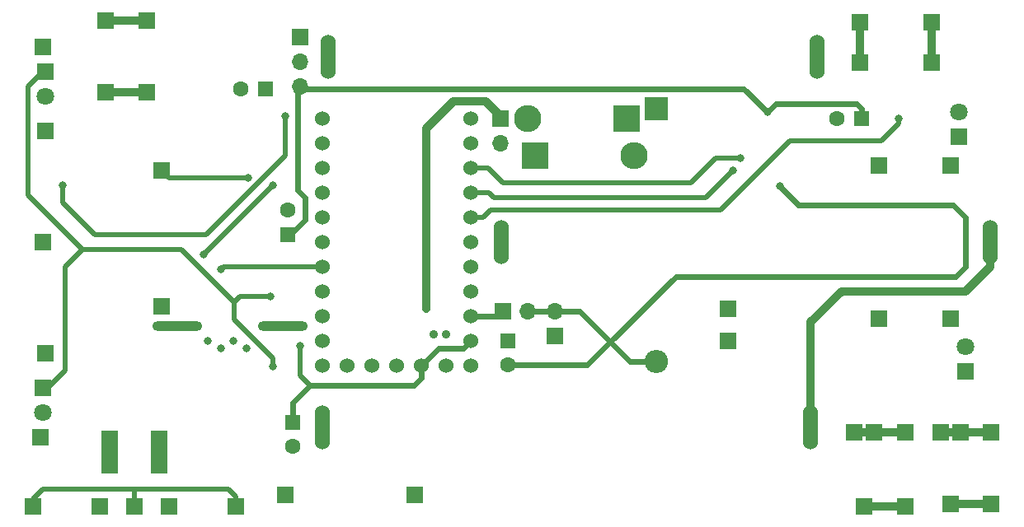
<source format=gbr>
G04 #@! TF.GenerationSoftware,KiCad,Pcbnew,(5.1.6-0-10_14)*
G04 #@! TF.CreationDate,2020-11-02T13:07:56+01:00*
G04 #@! TF.ProjectId,bolidjs,626f6c69-646a-4732-9e6b-696361645f70,1.0*
G04 #@! TF.SameCoordinates,Original*
G04 #@! TF.FileFunction,Copper,L1,Top*
G04 #@! TF.FilePolarity,Positive*
%FSLAX46Y46*%
G04 Gerber Fmt 4.6, Leading zero omitted, Abs format (unit mm)*
G04 Created by KiCad (PCBNEW (5.1.6-0-10_14)) date 2020-11-02 13:07:56*
%MOMM*%
%LPD*%
G01*
G04 APERTURE LIST*
G04 #@! TA.AperFunction,ComponentPad*
%ADD10R,1.700000X1.700000*%
G04 #@! TD*
G04 #@! TA.AperFunction,ComponentPad*
%ADD11O,5.100000X1.000000*%
G04 #@! TD*
G04 #@! TA.AperFunction,ComponentPad*
%ADD12C,0.822960*%
G04 #@! TD*
G04 #@! TA.AperFunction,ComponentPad*
%ADD13C,0.914400*%
G04 #@! TD*
G04 #@! TA.AperFunction,ComponentPad*
%ADD14C,1.524000*%
G04 #@! TD*
G04 #@! TA.AperFunction,ComponentPad*
%ADD15R,1.600000X1.600000*%
G04 #@! TD*
G04 #@! TA.AperFunction,ComponentPad*
%ADD16C,1.600000*%
G04 #@! TD*
G04 #@! TA.AperFunction,ComponentPad*
%ADD17R,1.800000X1.800000*%
G04 #@! TD*
G04 #@! TA.AperFunction,ComponentPad*
%ADD18C,1.800000*%
G04 #@! TD*
G04 #@! TA.AperFunction,ComponentPad*
%ADD19O,1.700000X1.700000*%
G04 #@! TD*
G04 #@! TA.AperFunction,ComponentPad*
%ADD20R,1.700000X4.440000*%
G04 #@! TD*
G04 #@! TA.AperFunction,ComponentPad*
%ADD21O,1.524000X4.572000*%
G04 #@! TD*
G04 #@! TA.AperFunction,ComponentPad*
%ADD22R,2.400000X2.400000*%
G04 #@! TD*
G04 #@! TA.AperFunction,ComponentPad*
%ADD23O,2.400000X2.400000*%
G04 #@! TD*
G04 #@! TA.AperFunction,ComponentPad*
%ADD24R,2.800000X2.800000*%
G04 #@! TD*
G04 #@! TA.AperFunction,ComponentPad*
%ADD25O,2.800000X2.800000*%
G04 #@! TD*
G04 #@! TA.AperFunction,ViaPad*
%ADD26C,0.800000*%
G04 #@! TD*
G04 #@! TA.AperFunction,Conductor*
%ADD27C,0.609600*%
G04 #@! TD*
G04 #@! TA.AperFunction,Conductor*
%ADD28C,0.508000*%
G04 #@! TD*
G04 #@! TA.AperFunction,Conductor*
%ADD29C,0.812800*%
G04 #@! TD*
G04 APERTURE END LIST*
D10*
X172466000Y-68326000D03*
X165100000Y-68326000D03*
X172466000Y-84074000D03*
X165100000Y-84074000D03*
X171450000Y-95758000D03*
X117475000Y-102235000D03*
X104140000Y-102235000D03*
X162560000Y-95758000D03*
X163195000Y-53594000D03*
X163195000Y-57785000D03*
X170561000Y-53594000D03*
X170561000Y-57785000D03*
X89916000Y-60833000D03*
X85725000Y-60833000D03*
X89916000Y-53467000D03*
X85725000Y-53467000D03*
X176657000Y-95758000D03*
X164592000Y-95758000D03*
X167843200Y-95758000D03*
X172466000Y-103124000D03*
X176657000Y-103124000D03*
X173482000Y-95758000D03*
X167845000Y-103378000D03*
X163576000Y-103378000D03*
D11*
X103886000Y-84836000D03*
X93081600Y-84836000D03*
D12*
X100196000Y-87172800D03*
X98866000Y-86360000D03*
X97536000Y-87172800D03*
X96206000Y-86360000D03*
D13*
X119380000Y-85725000D03*
X120650000Y-85725000D03*
D14*
X123190000Y-63500000D03*
X123190000Y-66040000D03*
X123190000Y-68580000D03*
X123190000Y-71120000D03*
X123190000Y-73660000D03*
X123190000Y-76200000D03*
X123190000Y-78740000D03*
X123190000Y-81280000D03*
X123190000Y-83820000D03*
X123190000Y-86360000D03*
X123190000Y-88900000D03*
X120650000Y-88900000D03*
X118110000Y-88900000D03*
X115570000Y-88900000D03*
X113030000Y-88900000D03*
X110490000Y-88900000D03*
X107950000Y-88900000D03*
X107950000Y-86360000D03*
X107950000Y-83820000D03*
X107950000Y-81280000D03*
X107950000Y-78740000D03*
X107950000Y-76200000D03*
X107950000Y-73660000D03*
X107950000Y-71120000D03*
X107950000Y-68580000D03*
X107950000Y-66040000D03*
X107950000Y-63500000D03*
D15*
X104902000Y-94742000D03*
D16*
X104902000Y-97242000D03*
X160822000Y-63500000D03*
D15*
X163322000Y-63500000D03*
X102108000Y-60452000D03*
D16*
X99608000Y-60452000D03*
X104394000Y-72938000D03*
D15*
X104394000Y-75438000D03*
D16*
X127000000Y-88860000D03*
D15*
X127000000Y-86360000D03*
D17*
X173355000Y-65405000D03*
D18*
X173355000Y-62865000D03*
X173990000Y-86995000D03*
D17*
X173990000Y-89535000D03*
X79502000Y-58674000D03*
D18*
X79502000Y-61214000D03*
X79248000Y-93726000D03*
D17*
X79248000Y-91186000D03*
D19*
X126238000Y-66040000D03*
D10*
X126238000Y-63500000D03*
X99060000Y-103378000D03*
X78232000Y-103378000D03*
X88646000Y-103378000D03*
D20*
X86106000Y-97790000D03*
D10*
X85090000Y-103378000D03*
X92202000Y-103378000D03*
D20*
X91186000Y-97790000D03*
D10*
X79502000Y-87630000D03*
X79502000Y-64770000D03*
X79248000Y-76200000D03*
D19*
X131826000Y-83312000D03*
D10*
X131826000Y-85852000D03*
X149606000Y-86360000D03*
X91440000Y-68834000D03*
X149606000Y-83058000D03*
X91440000Y-82804000D03*
X78994000Y-96266000D03*
X79248000Y-56134000D03*
X126492000Y-83312000D03*
D19*
X129032000Y-83312000D03*
D10*
X105664000Y-55118000D03*
D19*
X105664000Y-57658000D03*
X105664000Y-60198000D03*
D21*
X158750000Y-57150000D03*
X108585000Y-57150000D03*
X126365000Y-76200000D03*
X176530000Y-76200000D03*
X107950000Y-95250000D03*
X158115000Y-95250000D03*
D22*
X142240000Y-62484000D03*
D23*
X142240000Y-88484000D03*
D24*
X129794000Y-67310000D03*
D25*
X139954000Y-67310000D03*
D24*
X139192000Y-63500000D03*
D25*
X129032000Y-63500000D03*
D26*
X153670000Y-62865000D03*
X105664000Y-86868000D03*
X154940000Y-70485000D03*
X102870000Y-88988607D03*
X102616000Y-81788000D03*
X118618000Y-83058000D03*
X97536000Y-78994000D03*
X100330000Y-69596000D03*
X167132000Y-63500000D03*
X104140000Y-63246000D03*
X81280000Y-70358000D03*
X95758000Y-77470000D03*
X102870000Y-70358000D03*
X150114000Y-68834000D03*
X150876000Y-67564000D03*
D27*
X122428001Y-87121999D02*
X123190000Y-86360000D01*
X119888001Y-87121999D02*
X122428001Y-87121999D01*
X118110000Y-88900000D02*
X119888001Y-87121999D01*
X118110000Y-88900000D02*
X118110000Y-90170000D01*
X118110000Y-90170000D02*
X117348000Y-90932000D01*
X117348000Y-90932000D02*
X108107134Y-90932000D01*
X108107134Y-90932000D02*
X106680000Y-90932000D01*
X104902000Y-92710000D02*
X106680000Y-90932000D01*
X104902000Y-94742000D02*
X104902000Y-92710000D01*
X104394000Y-75438000D02*
X104648000Y-75438000D01*
X104648000Y-75438000D02*
X106172000Y-73914000D01*
X106172000Y-73914000D02*
X106172000Y-71628000D01*
X106172000Y-71628000D02*
X105410000Y-70866000D01*
X162814000Y-61976000D02*
X154559000Y-61976000D01*
X163322000Y-62484000D02*
X162814000Y-61976000D01*
X154559000Y-61976000D02*
X153670000Y-62865000D01*
X163322000Y-63500000D02*
X163322000Y-62484000D01*
X105918000Y-60452000D02*
X105664000Y-60198000D01*
X151257000Y-60452000D02*
X105918000Y-60452000D01*
X153670000Y-62865000D02*
X151257000Y-60452000D01*
X105410000Y-60452000D02*
X105664000Y-60198000D01*
X105410000Y-70866000D02*
X105410000Y-60452000D01*
D28*
X105664000Y-89916000D02*
X106680000Y-90932000D01*
X105664000Y-86868000D02*
X105664000Y-89916000D01*
X98894607Y-82384607D02*
X93472000Y-76962000D01*
D27*
X129032000Y-83312000D02*
X131826000Y-83312000D01*
D29*
X126238000Y-63500000D02*
X126238000Y-63246000D01*
X126238000Y-63246000D02*
X124714000Y-61722000D01*
X124714000Y-61722000D02*
X121412000Y-61722000D01*
X121412000Y-61722000D02*
X118618000Y-64516000D01*
X118618000Y-64516000D02*
X118618000Y-83058000D01*
D27*
X127000000Y-88860000D02*
X135168000Y-88860000D01*
X142240000Y-88484000D02*
X139538000Y-88484000D01*
X139538000Y-88484000D02*
X137541000Y-86487000D01*
X135168000Y-88860000D02*
X137541000Y-86487000D01*
X134366000Y-83312000D02*
X137541000Y-86487000D01*
X131826000Y-83312000D02*
X134366000Y-83312000D01*
X144272000Y-79756000D02*
X137541000Y-86487000D01*
X172974000Y-79756000D02*
X144272000Y-79756000D01*
X173990000Y-78740000D02*
X172974000Y-79756000D01*
X172720000Y-72390000D02*
X173990000Y-73660000D01*
X173990000Y-73660000D02*
X173990000Y-78740000D01*
X156845000Y-72390000D02*
X172720000Y-72390000D01*
X154940000Y-70485000D02*
X156845000Y-72390000D01*
D28*
X102870000Y-88138000D02*
X98894607Y-84162607D01*
X98894607Y-84162607D02*
X98894607Y-82384607D01*
X102870000Y-88988607D02*
X102870000Y-88138000D01*
X99491214Y-81788000D02*
X98894607Y-82384607D01*
X102616000Y-81788000D02*
X99491214Y-81788000D01*
X79248000Y-91186000D02*
X79756000Y-91186000D01*
X79756000Y-91186000D02*
X81534000Y-89408000D01*
X81534000Y-89408000D02*
X81534000Y-78740000D01*
X83312000Y-76962000D02*
X93472000Y-76962000D01*
X81534000Y-78740000D02*
X83312000Y-76962000D01*
X79502000Y-58674000D02*
X79248000Y-58674000D01*
X79248000Y-58674000D02*
X77724000Y-60198000D01*
X77724000Y-71374000D02*
X83312000Y-76962000D01*
X77724000Y-60198000D02*
X77724000Y-71374000D01*
X88646000Y-103378000D02*
X88646000Y-101600000D01*
X79248000Y-101600000D02*
X78232000Y-102616000D01*
X78232000Y-102616000D02*
X78232000Y-103378000D01*
X88646000Y-101600000D02*
X79248000Y-101600000D01*
X99060000Y-102362000D02*
X99060000Y-103378000D01*
X98298000Y-101600000D02*
X99060000Y-102362000D01*
X88646000Y-101600000D02*
X98298000Y-101600000D01*
X107950000Y-78740000D02*
X97790000Y-78740000D01*
X97790000Y-78740000D02*
X97536000Y-78994000D01*
X92202000Y-69596000D02*
X91440000Y-68834000D01*
X100330000Y-69596000D02*
X92202000Y-69596000D01*
D27*
X125984000Y-83820000D02*
X126492000Y-83312000D01*
X123190000Y-83820000D02*
X125984000Y-83820000D01*
D28*
X124460000Y-73660000D02*
X123190000Y-73660000D01*
X167132000Y-64008000D02*
X165354000Y-65786000D01*
X165354000Y-65786000D02*
X155956000Y-65786000D01*
X148844000Y-72898000D02*
X125222000Y-72898000D01*
X125222000Y-72898000D02*
X124460000Y-73660000D01*
X155956000Y-65786000D02*
X148844000Y-72898000D01*
X167132000Y-63500000D02*
X167132000Y-64008000D01*
X104140000Y-63246000D02*
X104140000Y-63754000D01*
X104140000Y-64008000D02*
X104140000Y-63246000D01*
X104140000Y-67310000D02*
X104140000Y-64008000D01*
X96012000Y-75438000D02*
X104140000Y-67310000D01*
X96012000Y-75438000D02*
X84582000Y-75438000D01*
X84582000Y-75438000D02*
X81280000Y-72136000D01*
X81280000Y-72136000D02*
X81280000Y-70358000D01*
X95758000Y-77470000D02*
X102870000Y-70358000D01*
X125603000Y-71628000D02*
X125095000Y-71120000D01*
X125095000Y-71120000D02*
X123190000Y-71120000D01*
X147320000Y-71628000D02*
X125603000Y-71628000D01*
X150114000Y-68834000D02*
X147320000Y-71628000D01*
X124968000Y-68580000D02*
X123190000Y-68580000D01*
X126492000Y-70104000D02*
X124968000Y-68580000D01*
X145796000Y-70104000D02*
X126492000Y-70104000D01*
X148336000Y-67564000D02*
X145796000Y-70104000D01*
X150876000Y-67564000D02*
X148336000Y-67564000D01*
D29*
X161290000Y-81280000D02*
X158115000Y-84455000D01*
X158115000Y-84455000D02*
X158115000Y-95250000D01*
X176530000Y-78740000D02*
X173990000Y-81280000D01*
X173990000Y-81280000D02*
X161290000Y-81280000D01*
X176530000Y-76200000D02*
X176530000Y-78740000D01*
X163576000Y-103378000D02*
X167845000Y-103378000D01*
X171450000Y-95758000D02*
X173482000Y-95758000D01*
X173482000Y-95758000D02*
X176657000Y-95758000D01*
X172466000Y-103124000D02*
X176657000Y-103124000D01*
X162560000Y-95758000D02*
X164592000Y-95758000D01*
X164592000Y-95758000D02*
X167843200Y-95758000D01*
X85725000Y-53467000D02*
X89916000Y-53467000D01*
X85725000Y-60833000D02*
X89916000Y-60833000D01*
X170561000Y-53594000D02*
X170561000Y-57785000D01*
X163195000Y-53594000D02*
X163195000Y-57785000D01*
M02*

</source>
